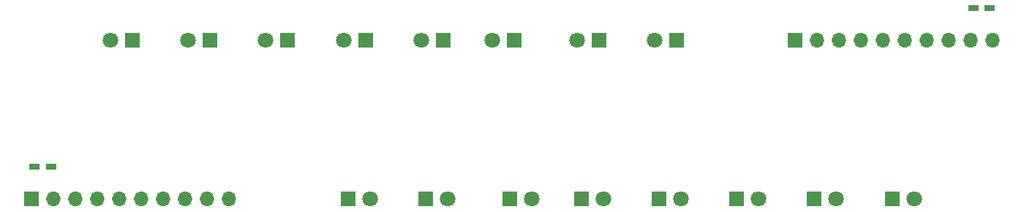
<source format=gts>
G04 #@! TF.GenerationSoftware,KiCad,Pcbnew,(5.1.6-0-10_14)*
G04 #@! TF.CreationDate,2021-06-29T11:03:14+09:00*
G04 #@! TF.ProjectId,qPCR-panel_led_20210629,71504352-2d70-4616-9e65-6c5f6c65645f,rev?*
G04 #@! TF.SameCoordinates,Original*
G04 #@! TF.FileFunction,Soldermask,Top*
G04 #@! TF.FilePolarity,Negative*
%FSLAX46Y46*%
G04 Gerber Fmt 4.6, Leading zero omitted, Abs format (unit mm)*
G04 Created by KiCad (PCBNEW (5.1.6-0-10_14)) date 2021-06-29 11:03:14*
%MOMM*%
%LPD*%
G01*
G04 APERTURE LIST*
%ADD10R,1.800000X1.800000*%
%ADD11C,1.800000*%
%ADD12R,1.700000X1.700000*%
%ADD13O,1.700000X1.700000*%
%ADD14R,1.200000X0.750000*%
G04 APERTURE END LIST*
D10*
X182230000Y-71122000D03*
D11*
X184770000Y-71122000D03*
X175770000Y-71122000D03*
D10*
X173230000Y-71122000D03*
X164230000Y-71122000D03*
D11*
X166770000Y-71122000D03*
X157770000Y-71122000D03*
D10*
X155230000Y-71122000D03*
X146230000Y-71122000D03*
D11*
X148770000Y-71122000D03*
X140540000Y-71122000D03*
D10*
X138000000Y-71122000D03*
X128230000Y-71122000D03*
D11*
X130770000Y-71122000D03*
X121770000Y-71122000D03*
D10*
X119230000Y-71122000D03*
D12*
X82634254Y-71122000D03*
D13*
X85174254Y-71122000D03*
X87714254Y-71122000D03*
X90254254Y-71122000D03*
X92794254Y-71122000D03*
X95334254Y-71122000D03*
X97874254Y-71122000D03*
X100414254Y-71122000D03*
X102954254Y-71122000D03*
X105494254Y-71122000D03*
D14*
X82980000Y-67392000D03*
X84880000Y-67392000D03*
X193520000Y-48992000D03*
X191620000Y-48992000D03*
D10*
X94270000Y-52722000D03*
D11*
X91730000Y-52722000D03*
X100730000Y-52722000D03*
D10*
X103270000Y-52722000D03*
X112270000Y-52722000D03*
D11*
X109730000Y-52722000D03*
X118730000Y-52722000D03*
D10*
X121270000Y-52722000D03*
X130270000Y-52722000D03*
D11*
X127730000Y-52722000D03*
X135960000Y-52722000D03*
D10*
X138500000Y-52722000D03*
X148270000Y-52722000D03*
D11*
X145730000Y-52722000D03*
X154730000Y-52722000D03*
D10*
X157270000Y-52722000D03*
D12*
X171005746Y-52722000D03*
D13*
X173545746Y-52722000D03*
X176085746Y-52722000D03*
X178625746Y-52722000D03*
X181165746Y-52722000D03*
X183705746Y-52722000D03*
X186245746Y-52722000D03*
X188785746Y-52722000D03*
X191325746Y-52722000D03*
X193865746Y-52722000D03*
M02*

</source>
